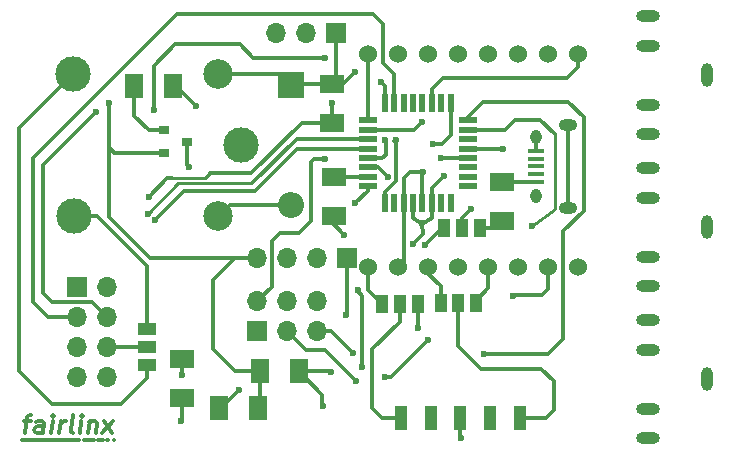
<source format=gbr>
G04 #@! TF.FileFunction,Copper,L1,Top,Signal*
%FSLAX46Y46*%
G04 Gerber Fmt 4.6, Leading zero omitted, Abs format (unit mm)*
G04 Created by KiCad (PCBNEW 4.0.6) date 08/24/17 17:14:55*
%MOMM*%
%LPD*%
G01*
G04 APERTURE LIST*
%ADD10C,0.100000*%
%ADD11C,0.300000*%
%ADD12C,1.524000*%
%ADD13R,0.550000X1.600000*%
%ADD14R,1.600000X0.550000*%
%ADD15R,1.350000X0.400000*%
%ADD16O,0.950000X1.250000*%
%ADD17O,1.550000X1.000000*%
%ADD18R,2.032000X1.524000*%
%ADD19R,1.524000X2.032000*%
%ADD20R,1.700000X1.700000*%
%ADD21O,1.700000X1.700000*%
%ADD22R,2.200000X2.200000*%
%ADD23O,2.200000X2.200000*%
%ADD24C,2.500000*%
%ADD25C,3.000000*%
%ADD26R,0.900000X0.800000*%
%ADD27R,1.500000X1.000000*%
%ADD28R,1.000000X1.500000*%
%ADD29O,2.000000X1.000000*%
%ADD30O,1.000000X2.000000*%
%ADD31R,1.000000X2.000000*%
%ADD32C,0.600000*%
%ADD33C,0.350000*%
%ADD34C,0.250000*%
G04 APERTURE END LIST*
D10*
D11*
X123018750Y-134118571D02*
X123590179Y-134118571D01*
X123108036Y-135118571D02*
X123268750Y-133832857D01*
X123358035Y-133690000D01*
X123509822Y-133618571D01*
X123652679Y-133618571D01*
X124608036Y-135118571D02*
X124706250Y-134332857D01*
X124652678Y-134190000D01*
X124518750Y-134118571D01*
X124233036Y-134118571D01*
X124081250Y-134190000D01*
X124616964Y-135047143D02*
X124465179Y-135118571D01*
X124108036Y-135118571D01*
X123974107Y-135047143D01*
X123920535Y-134904286D01*
X123938392Y-134761429D01*
X124027679Y-134618571D01*
X124179464Y-134547143D01*
X124536607Y-134547143D01*
X124688393Y-134475714D01*
X125322322Y-135118571D02*
X125447322Y-134118571D01*
X125509822Y-133618571D02*
X125429464Y-133690000D01*
X125491964Y-133761429D01*
X125572321Y-133690000D01*
X125509822Y-133618571D01*
X125491964Y-133761429D01*
X126036608Y-135118571D02*
X126161608Y-134118571D01*
X126125893Y-134404286D02*
X126215178Y-134261429D01*
X126295536Y-134190000D01*
X126447322Y-134118571D01*
X126590179Y-134118571D01*
X127179465Y-135118571D02*
X127045535Y-135047143D01*
X126991964Y-134904286D01*
X127152679Y-133618571D01*
X127750893Y-135118571D02*
X127875893Y-134118571D01*
X127938393Y-133618571D02*
X127858035Y-133690000D01*
X127920535Y-133761429D01*
X128000892Y-133690000D01*
X127938393Y-133618571D01*
X127920535Y-133761429D01*
X128590179Y-134118571D02*
X128465179Y-135118571D01*
X128572321Y-134261429D02*
X128652678Y-134190000D01*
X128804465Y-134118571D01*
X129018750Y-134118571D01*
X129152678Y-134190000D01*
X129206250Y-134332857D01*
X129108036Y-135118571D01*
X129679465Y-135118571D02*
X130590179Y-134118571D01*
X129804465Y-134118571D02*
X130465179Y-135118571D01*
D12*
X169960000Y-121080000D03*
X167420000Y-121080000D03*
X164880000Y-121080000D03*
X162340000Y-121080000D03*
X159800000Y-121080000D03*
X157260000Y-121080000D03*
X154720000Y-121080000D03*
X152180000Y-121080000D03*
X152180000Y-103080000D03*
X154720000Y-103080000D03*
X157260000Y-103080000D03*
X159800000Y-103080000D03*
X162340000Y-103080000D03*
X164880000Y-103080000D03*
X167420000Y-103080000D03*
X169960000Y-103080000D03*
D13*
X153570000Y-115720000D03*
X154370000Y-115720000D03*
X155170000Y-115720000D03*
X155970000Y-115720000D03*
X156770000Y-115720000D03*
X157570000Y-115720000D03*
X158370000Y-115720000D03*
X159170000Y-115720000D03*
D14*
X160620000Y-114270000D03*
X160620000Y-113470000D03*
X160620000Y-112670000D03*
X160620000Y-111870000D03*
X160620000Y-111070000D03*
X160620000Y-110270000D03*
X160620000Y-109470000D03*
X160620000Y-108670000D03*
D13*
X159170000Y-107220000D03*
X158370000Y-107220000D03*
X157570000Y-107220000D03*
X156770000Y-107220000D03*
X155970000Y-107220000D03*
X155170000Y-107220000D03*
X154370000Y-107220000D03*
X153570000Y-107220000D03*
D14*
X152120000Y-108670000D03*
X152120000Y-109470000D03*
X152120000Y-110270000D03*
X152120000Y-111070000D03*
X152120000Y-111870000D03*
X152120000Y-112670000D03*
X152120000Y-113470000D03*
X152120000Y-114270000D03*
D15*
X166410000Y-113890000D03*
X166410000Y-113240000D03*
X166410000Y-112590000D03*
X166410000Y-111940000D03*
X166410000Y-111290000D03*
D16*
X166410000Y-115090000D03*
X166410000Y-110090000D03*
D17*
X169110000Y-116090000D03*
X169110000Y-109090000D03*
D18*
X163540000Y-117211000D03*
X163540000Y-113909000D03*
D19*
X139539000Y-133020000D03*
X142841000Y-133020000D03*
D18*
X136370000Y-128869000D03*
X136370000Y-132171000D03*
D19*
X146311000Y-129940000D03*
X143009000Y-129940000D03*
D20*
X142770000Y-126550000D03*
D21*
X142770000Y-124010000D03*
X145310000Y-126550000D03*
X145310000Y-124010000D03*
X147850000Y-126550000D03*
X147850000Y-124010000D03*
D20*
X127550000Y-122780000D03*
D21*
X130090000Y-122780000D03*
X127550000Y-125320000D03*
X130090000Y-125320000D03*
X127550000Y-127860000D03*
X130090000Y-127860000D03*
X127550000Y-130400000D03*
X130090000Y-130400000D03*
D18*
X149280000Y-116791000D03*
X149280000Y-113489000D03*
D19*
X132359000Y-105790000D03*
X135661000Y-105790000D03*
D22*
X145620000Y-105650000D03*
D23*
X145620000Y-115810000D03*
D24*
X139470000Y-116800000D03*
D25*
X127270000Y-116800000D03*
X127220000Y-104750000D03*
D24*
X139470000Y-104800000D03*
D25*
X141420000Y-110750000D03*
D26*
X134860000Y-109540000D03*
X134860000Y-111440000D03*
X136860000Y-110490000D03*
D27*
X133430000Y-129360000D03*
X133430000Y-127860000D03*
X133430000Y-126360000D03*
D18*
X149090000Y-108901000D03*
X149090000Y-105599000D03*
D28*
X156370000Y-124240000D03*
X154870000Y-124240000D03*
X153370000Y-124240000D03*
X161310000Y-124160000D03*
X159810000Y-124160000D03*
X158310000Y-124160000D03*
X161600000Y-117790000D03*
X160100000Y-117790000D03*
X158600000Y-117790000D03*
D20*
X149440000Y-101320000D03*
D21*
X146900000Y-101320000D03*
X144360000Y-101320000D03*
D20*
X150350000Y-120340000D03*
D21*
X147810000Y-120340000D03*
X145270000Y-120340000D03*
X142730000Y-120340000D03*
D29*
X175900000Y-125600000D03*
X175900000Y-128100000D03*
X175900000Y-133100000D03*
X175900000Y-135600000D03*
D30*
X180900000Y-130600000D03*
D31*
X159990000Y-133870000D03*
X154990000Y-133870000D03*
X164990000Y-133870000D03*
X157490000Y-133870000D03*
X162490000Y-133870000D03*
D29*
X175900000Y-99870000D03*
X175900000Y-102370000D03*
X175900000Y-107370000D03*
X175900000Y-109870000D03*
D30*
X180900000Y-104870000D03*
D29*
X175890000Y-112740000D03*
X175890000Y-115240000D03*
X175890000Y-120240000D03*
X175890000Y-122740000D03*
D30*
X180890000Y-117740000D03*
D32*
X156980000Y-119240000D03*
X141240000Y-131490000D03*
X130210000Y-107250000D03*
X156840000Y-113040000D03*
X160000000Y-135570000D03*
X136360000Y-134120000D03*
X136410000Y-130280000D03*
X158590000Y-113360000D03*
X149010000Y-129950000D03*
X150320000Y-125140000D03*
X156720000Y-117400000D03*
X151070000Y-104600000D03*
X155980000Y-119150000D03*
X160840000Y-116210000D03*
X148330000Y-132890000D03*
X133600000Y-115150000D03*
X149140000Y-107230000D03*
X153640000Y-110350000D03*
X148540000Y-111930000D03*
X157700000Y-110700000D03*
X166070000Y-117650000D03*
X151150000Y-130760000D03*
X153620000Y-130440000D03*
X157250000Y-127290000D03*
X162020000Y-128480000D03*
X150910000Y-128420000D03*
X133490000Y-116590000D03*
X134100000Y-117140000D03*
X129130000Y-108000000D03*
X134030000Y-107800000D03*
X148560000Y-103390000D03*
X153240000Y-105480000D03*
X137040000Y-112640000D03*
X150160000Y-118350000D03*
X164420000Y-123520000D03*
X137630000Y-107490000D03*
X158350000Y-111870000D03*
X154500000Y-110310000D03*
X151690000Y-129530000D03*
X151310000Y-123070000D03*
X163620000Y-111110000D03*
X156700000Y-108860000D03*
X153820000Y-113480000D03*
X151100000Y-115660000D03*
X156390000Y-126280000D03*
D33*
X130630000Y-135730000D02*
X130680000Y-135730000D01*
X130080000Y-135740000D02*
X130170000Y-135740000D01*
X129340000Y-135740000D02*
X129690000Y-135740000D01*
X128080000Y-135740000D02*
X128990000Y-135740000D01*
X122860000Y-135740000D02*
X127700000Y-135740000D01*
X156980000Y-119240000D02*
X158430000Y-117790000D01*
X158430000Y-117790000D02*
X158600000Y-117790000D01*
X139539000Y-133020000D02*
X139710000Y-133020000D01*
X139710000Y-133020000D02*
X141240000Y-131490000D01*
X169070000Y-109070000D02*
X169070000Y-116070000D01*
X131280000Y-111440000D02*
X130660000Y-111440000D01*
X134860000Y-111440000D02*
X131280000Y-111440000D01*
X130660000Y-111440000D02*
X130190000Y-110970000D01*
X140920000Y-120340000D02*
X133670000Y-120340000D01*
X133670000Y-120340000D02*
X130190000Y-116860000D01*
X130190000Y-116860000D02*
X130190000Y-110970000D01*
X130190000Y-110970000D02*
X130190000Y-110350000D01*
X130190000Y-107270000D02*
X130190000Y-110350000D01*
X130210000Y-107250000D02*
X130190000Y-107270000D01*
X134860000Y-111440000D02*
X131670000Y-111440000D01*
X143009000Y-129940000D02*
X140930000Y-129940000D01*
X140930000Y-129940000D02*
X139070000Y-128080000D01*
X139070000Y-128080000D02*
X139070000Y-123510000D01*
X140920000Y-120340000D02*
X142730000Y-120340000D01*
X139070000Y-123510000D02*
X139070000Y-122190000D01*
X139070000Y-122190000D02*
X140920000Y-120340000D01*
X155170000Y-115720000D02*
X155170000Y-120630000D01*
X155170000Y-120630000D02*
X154720000Y-121080000D01*
X155170000Y-115720000D02*
X155170000Y-113550000D01*
X155680000Y-113040000D02*
X156840000Y-113040000D01*
X155170000Y-113550000D02*
X155680000Y-113040000D01*
X156770000Y-113110000D02*
X156770000Y-115720000D01*
X156840000Y-113040000D02*
X156770000Y-113110000D01*
X159990000Y-133870000D02*
X159990000Y-135560000D01*
X159990000Y-135560000D02*
X160000000Y-135570000D01*
X143009000Y-129940000D02*
X143009000Y-132852000D01*
X143009000Y-132852000D02*
X142841000Y-133020000D01*
X136370000Y-134110000D02*
X136370000Y-132171000D01*
X136360000Y-134120000D02*
X136370000Y-134110000D01*
X166370000Y-110070000D02*
X166370000Y-111270000D01*
X136370000Y-130240000D02*
X136370000Y-128869000D01*
X136410000Y-130280000D02*
X136370000Y-130240000D01*
X157570000Y-114380000D02*
X157570000Y-115720000D01*
X158590000Y-113360000D02*
X157570000Y-114380000D01*
X150350000Y-120340000D02*
X150350000Y-125110000D01*
X149000000Y-129940000D02*
X146311000Y-129940000D01*
X149010000Y-129950000D02*
X149000000Y-129940000D01*
X150350000Y-125110000D02*
X150320000Y-125140000D01*
X156740000Y-117420000D02*
X156740000Y-117450000D01*
X156720000Y-117400000D02*
X156740000Y-117420000D01*
X151070000Y-104600000D02*
X150071000Y-105599000D01*
X150071000Y-105599000D02*
X149090000Y-105599000D01*
X156740000Y-117450000D02*
X156780000Y-118340000D01*
X156780000Y-118340000D02*
X155980000Y-119150000D01*
X155970000Y-115720000D02*
X155970000Y-116920000D01*
X155970000Y-116920000D02*
X156740000Y-117450000D01*
X157570000Y-115720000D02*
X157570000Y-116940000D01*
X157570000Y-116940000D02*
X156740000Y-117450000D01*
X160100000Y-117790000D02*
X160100000Y-116950000D01*
X160100000Y-116950000D02*
X160840000Y-116210000D01*
X146311000Y-129940000D02*
X149040000Y-129940000D01*
X139470000Y-104800000D02*
X144770000Y-104800000D01*
X144770000Y-104800000D02*
X145620000Y-105650000D01*
X149090000Y-105599000D02*
X145671000Y-105599000D01*
X145671000Y-105599000D02*
X145620000Y-105650000D01*
X149440000Y-101320000D02*
X149440000Y-105249000D01*
X149440000Y-105249000D02*
X149090000Y-105599000D01*
X148330000Y-132890000D02*
X148290000Y-132850000D01*
X148290000Y-132850000D02*
X148290000Y-131919000D01*
X148290000Y-131919000D02*
X146311000Y-129940000D01*
X161600000Y-117790000D02*
X162961000Y-117790000D01*
X162961000Y-117790000D02*
X163540000Y-117211000D01*
X166370000Y-113870000D02*
X163579000Y-113870000D01*
X163579000Y-113870000D02*
X163540000Y-113909000D01*
X135160000Y-113570000D02*
X133600000Y-115150000D01*
X135600000Y-113570000D02*
X135160000Y-113570000D01*
X139600000Y-113160000D02*
X138810000Y-113160000D01*
D34*
X138400000Y-113570000D02*
X135600000Y-113570000D01*
D33*
X135600000Y-113570000D02*
X135430000Y-113570000D01*
D34*
X138810000Y-113160000D02*
X138400000Y-113570000D01*
D33*
X152120000Y-111870000D02*
X153360000Y-111870000D01*
X149140000Y-107230000D02*
X149090000Y-107280000D01*
X149090000Y-107280000D02*
X149090000Y-108901000D01*
X153650000Y-110360000D02*
X153640000Y-110350000D01*
X153650000Y-111580000D02*
X153650000Y-110360000D01*
X153360000Y-111870000D02*
X153650000Y-111580000D01*
X149090000Y-108901000D02*
X146539000Y-108901000D01*
X142280000Y-113160000D02*
X139600000Y-113160000D01*
X146539000Y-108901000D02*
X142280000Y-113160000D01*
X148540000Y-111930000D02*
X147610000Y-111930000D01*
X144670000Y-118200000D02*
X143990000Y-118880000D01*
X146340000Y-118200000D02*
X144670000Y-118200000D01*
X147330000Y-117210000D02*
X146340000Y-118200000D01*
X147330000Y-112210000D02*
X147330000Y-117210000D01*
X147610000Y-111930000D02*
X147330000Y-112210000D01*
X159170000Y-107220000D02*
X159170000Y-109950000D01*
X143990000Y-122790000D02*
X142770000Y-124010000D01*
X143990000Y-118880000D02*
X143990000Y-122790000D01*
X148540000Y-111930000D02*
X148520000Y-111910000D01*
X158420000Y-110700000D02*
X157700000Y-110700000D01*
X159170000Y-109950000D02*
X158420000Y-110700000D01*
X163780000Y-109470000D02*
X164630000Y-108620000D01*
X164630000Y-108620000D02*
X166730000Y-108620000D01*
X166730000Y-108620000D02*
X167960000Y-109850000D01*
D34*
X167960000Y-109850000D02*
X167960000Y-116180000D01*
X167960000Y-116180000D02*
X166070000Y-117650000D01*
D33*
X160620000Y-109470000D02*
X163780000Y-109470000D01*
X146930000Y-128170000D02*
X145310000Y-126550000D01*
X148560000Y-128170000D02*
X146930000Y-128170000D01*
X151150000Y-130760000D02*
X148560000Y-128170000D01*
X154100000Y-130440000D02*
X153620000Y-130440000D01*
X157250000Y-127290000D02*
X154100000Y-130440000D01*
X170410000Y-108410000D02*
X170410000Y-116330000D01*
X169120000Y-107120000D02*
X170410000Y-108410000D01*
X161920000Y-107120000D02*
X169120000Y-107120000D01*
X160620000Y-108420000D02*
X161920000Y-107120000D01*
X162040000Y-128460000D02*
X162020000Y-128480000D01*
X150910000Y-128420000D02*
X149040000Y-126550000D01*
X149040000Y-126550000D02*
X147850000Y-126550000D01*
X168680000Y-127160000D02*
X167380000Y-128460000D01*
X168680000Y-118060000D02*
X168680000Y-127160000D01*
X170410000Y-116330000D02*
X168680000Y-118060000D01*
X167380000Y-128460000D02*
X162040000Y-128460000D01*
X160620000Y-108670000D02*
X160620000Y-108420000D01*
X152120000Y-110270000D02*
X146110000Y-110270000D01*
D34*
X136050000Y-114030000D02*
X133490000Y-116590000D01*
X142350000Y-114030000D02*
X136050000Y-114030000D01*
D33*
X146110000Y-110270000D02*
X142350000Y-114030000D01*
X152120000Y-111070000D02*
X146170000Y-111070000D01*
X136570000Y-114670000D02*
X134100000Y-117140000D01*
X142570000Y-114670000D02*
X136570000Y-114670000D01*
X146170000Y-111070000D02*
X142570000Y-114670000D01*
X154370000Y-107220000D02*
X154370000Y-104770000D01*
X125070000Y-125320000D02*
X127550000Y-125320000D01*
X123800000Y-124050000D02*
X125070000Y-125320000D01*
X123800000Y-111850000D02*
X123800000Y-124050000D01*
X136000000Y-99650000D02*
X123800000Y-111850000D01*
X152580000Y-99650000D02*
X136000000Y-99650000D01*
X153450000Y-100520000D02*
X152580000Y-99650000D01*
X153450000Y-103850000D02*
X153450000Y-100520000D01*
X154370000Y-104770000D02*
X153450000Y-103850000D01*
X153570000Y-107220000D02*
X153570000Y-105810000D01*
X128810000Y-124040000D02*
X130090000Y-125320000D01*
X125380000Y-124040000D02*
X128810000Y-124040000D01*
X124660000Y-123320000D02*
X125380000Y-124040000D01*
X124660000Y-112470000D02*
X124660000Y-123320000D01*
X129130000Y-108000000D02*
X124660000Y-112470000D01*
X134030000Y-104080000D02*
X134030000Y-107800000D01*
X135860000Y-102250000D02*
X134030000Y-104080000D01*
X141280000Y-102250000D02*
X135860000Y-102250000D01*
X142420000Y-103390000D02*
X141280000Y-102250000D01*
X148560000Y-103390000D02*
X142420000Y-103390000D01*
X153570000Y-105810000D02*
X153240000Y-105480000D01*
X130090000Y-127860000D02*
X133430000Y-127860000D01*
X136860000Y-112460000D02*
X136860000Y-110490000D01*
X137040000Y-112640000D02*
X136860000Y-112460000D01*
X145620000Y-115810000D02*
X140460000Y-115810000D01*
X140460000Y-115810000D02*
X139470000Y-116800000D01*
X148601000Y-116791000D02*
X150160000Y-118350000D01*
X167420000Y-122990000D02*
X167420000Y-121080000D01*
X166900000Y-123510000D02*
X167420000Y-122990000D01*
X164430000Y-123510000D02*
X166900000Y-123510000D01*
X164420000Y-123520000D02*
X164430000Y-123510000D01*
X148570000Y-116791000D02*
X148601000Y-116791000D01*
X149010000Y-113489000D02*
X152101000Y-113489000D01*
X152101000Y-113489000D02*
X152120000Y-113470000D01*
X135930000Y-105790000D02*
X137630000Y-107490000D01*
X158350000Y-111870000D02*
X158360000Y-111870000D01*
X158360000Y-111870000D02*
X160620000Y-111870000D01*
X135930000Y-105790000D02*
X135661000Y-105790000D01*
X154500000Y-110310000D02*
X154500000Y-113850000D01*
X154370000Y-113980000D02*
X153570000Y-114780000D01*
X153570000Y-114780000D02*
X153570000Y-115720000D01*
X154500000Y-113850000D02*
X154370000Y-113980000D01*
X154500000Y-110310000D02*
X154370000Y-110440000D01*
X151310000Y-123070000D02*
X151310000Y-123150000D01*
X151690000Y-123530000D02*
X151690000Y-129530000D01*
X151310000Y-123150000D02*
X151690000Y-123530000D01*
X160620000Y-111070000D02*
X163580000Y-111070000D01*
X163580000Y-111070000D02*
X163620000Y-111110000D01*
X157570000Y-107220000D02*
X157570000Y-106030000D01*
X169960000Y-104140000D02*
X169960000Y-103080000D01*
X169000000Y-105100000D02*
X169960000Y-104140000D01*
X158500000Y-105100000D02*
X169000000Y-105100000D01*
X157570000Y-106030000D02*
X158500000Y-105100000D01*
X152120000Y-108670000D02*
X152120000Y-103140000D01*
X152120000Y-103140000D02*
X152180000Y-103080000D01*
X152120000Y-109470000D02*
X156090000Y-109470000D01*
X156090000Y-109470000D02*
X156700000Y-108860000D01*
X152120000Y-112670000D02*
X153010000Y-112670000D01*
X153010000Y-112670000D02*
X153820000Y-113480000D01*
X152120000Y-114640000D02*
X152120000Y-114270000D01*
X151100000Y-115660000D02*
X152120000Y-114640000D01*
X162340000Y-121080000D02*
X162340000Y-122910000D01*
X162340000Y-122910000D02*
X161310000Y-123940000D01*
X161310000Y-123940000D02*
X161310000Y-124160000D01*
X156370000Y-126260000D02*
X156370000Y-124240000D01*
X156390000Y-126280000D02*
X156370000Y-126260000D01*
X157260000Y-121080000D02*
X157260000Y-121690000D01*
X157260000Y-121690000D02*
X158310000Y-122740000D01*
X158310000Y-122740000D02*
X158310000Y-124160000D01*
X152180000Y-121080000D02*
X152180000Y-123050000D01*
X152180000Y-123050000D02*
X153370000Y-124240000D01*
X159810000Y-124160000D02*
X159810000Y-127820000D01*
X167270000Y-133870000D02*
X164990000Y-133870000D01*
X167890000Y-133250000D02*
X167270000Y-133870000D01*
X167890000Y-130750000D02*
X167890000Y-133250000D01*
X166840000Y-129700000D02*
X167890000Y-130750000D01*
X161690000Y-129700000D02*
X166840000Y-129700000D01*
X159810000Y-127820000D02*
X161690000Y-129700000D01*
X154990000Y-133870000D02*
X153370000Y-133870000D01*
X154870000Y-125730000D02*
X154870000Y-124240000D01*
X152520000Y-128080000D02*
X154870000Y-125730000D01*
X152520000Y-133020000D02*
X152520000Y-128080000D01*
X153370000Y-133870000D02*
X152520000Y-133020000D01*
X133430000Y-129360000D02*
X133430000Y-130480000D01*
X133430000Y-130480000D02*
X131220000Y-132690000D01*
X131220000Y-132690000D02*
X125410000Y-132690000D01*
X125410000Y-132690000D02*
X122650000Y-129930000D01*
X122650000Y-129930000D02*
X122650000Y-109320000D01*
X122650000Y-109320000D02*
X127220000Y-104750000D01*
X133430000Y-126360000D02*
X133430000Y-121030000D01*
X129200000Y-116800000D02*
X127270000Y-116800000D01*
X133430000Y-121030000D02*
X129200000Y-116800000D01*
X134860000Y-109540000D02*
X133580000Y-109540000D01*
X132359000Y-108319000D02*
X132359000Y-105790000D01*
X133580000Y-109540000D02*
X132359000Y-108319000D01*
M02*

</source>
